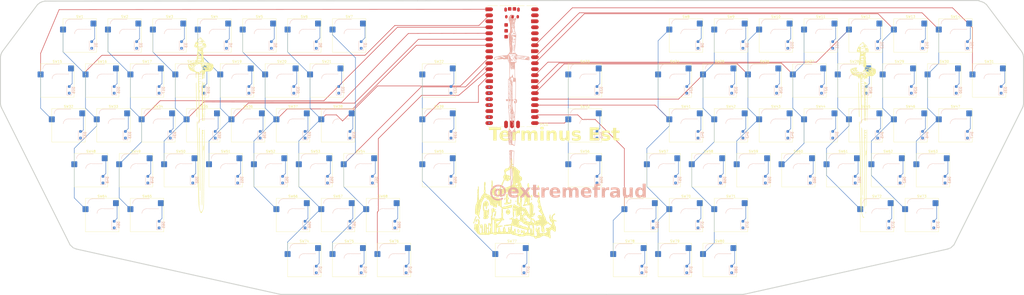
<source format=kicad_pcb>
(kicad_pcb (version 20240108) (generator "pcbnew") (generator_version "8.0")
  (title_block (title "terminus.est") (rev "v0.0.0-alpha") (company "ROSSCORP"))
  (layers (0 "F.Cu" signal) (1 "In1.Cu" signal) (2 "In2.Cu" signal) (31 "B.Cu" signal) (34 "B.Paste" user) (35 "F.Paste" user) (36 "B.SilkS" user "B.Silkscreen") (37 "F.SilkS" user "F.Silkscreen") (38 "B.Mask" user) (39 "F.Mask" user) (44 "Edge.Cuts" user))
  (net 0 "")
  (net 1 "COL0")
  (net 2 "COL1")
  (net 3 "COL12")
  (net 4 "COL13")
  (net 5 "COL14")
  (net 6 "COL15")
  (net 7 "COL16")
  (net 8 "COL17")
  (net 9 "COL18")
  (net 10 "COL19")
  (net 11 "COL2")
  (net 12 "COL20")
  (net 13 "COL21")
  (net 14 "COL3")
  (net 15 "COL4")
  (net 16 "COL5")
  (net 17 "COL6")
  (net 18 "COL7")
  (net 19 "COL8")
  (net 20 "COL9")
  (net 21 "N$1")
  (net 22 "N$10")
  (net 23 "N$11")
  (net 24 "N$12")
  (net 25 "N$13")
  (net 26 "N$14")
  (net 27 "N$15")
  (net 28 "N$16")
  (net 29 "N$17")
  (net 30 "N$18")
  (net 31 "N$19")
  (net 32 "N$2")
  (net 33 "N$20")
  (net 34 "N$21")
  (net 35 "N$22")
  (net 36 "N$23")
  (net 37 "N$24")
  (net 38 "N$25")
  (net 39 "N$26")
  (net 40 "N$27")
  (net 41 "N$28")
  (net 42 "N$29")
  (net 43 "N$3")
  (net 44 "N$30")
  (net 45 "N$31")
  (net 46 "N$32")
  (net 47 "N$33")
  (net 48 "N$34")
  (net 49 "N$35")
  (net 50 "N$36")
  (net 51 "N$37")
  (net 52 "N$38")
  (net 53 "N$39")
  (net 54 "N$4")
  (net 55 "N$40")
  (net 56 "N$41")
  (net 57 "N$42")
  (net 58 "N$43")
  (net 59 "N$44")
  (net 60 "N$45")
  (net 61 "N$46")
  (net 62 "N$47")
  (net 63 "N$48")
  (net 64 "N$49")
  (net 65 "N$5")
  (net 66 "N$50")
  (net 67 "N$51")
  (net 68 "N$52")
  (net 69 "N$53")
  (net 70 "N$54")
  (net 71 "N$55")
  (net 72 "N$56")
  (net 73 "N$57")
  (net 74 "N$58")
  (net 75 "N$59")
  (net 76 "N$6")
  (net 77 "N$60")
  (net 78 "N$61")
  (net 79 "N$62")
  (net 80 "N$63")
  (net 81 "N$64")
  (net 82 "N$65")
  (net 83 "N$66")
  (net 84 "N$67")
  (net 85 "N$68")
  (net 86 "N$69")
  (net 87 "N$7")
  (net 88 "N$70")
  (net 89 "N$71")
  (net 90 "N$72")
  (net 91 "N$73")
  (net 92 "N$74")
  (net 93 "N$75")
  (net 94 "N$76")
  (net 95 "N$77")
  (net 96 "N$78")
  (net 97 "N$79")
  (net 98 "N$8")
  (net 99 "N$80")
  (net 100 "N$9")
  (net 101 "ROW0")
  (net 102 "ROW1")
  (net 103 "ROW2")
  (net 104 "ROW3")
  (net 105 "ROW4")
  (net 106 "ROW5")
  (footprint "SW_Hotswap_Kailh_MX_1.00u" (layer "F.Cu") (at 421.5692 163.6567)
    (property "Reference" "SW27")
    (property "Value" "SW_Push")
  )
  (footprint "SW_Hotswap_Kailh_MX_1.00u" (layer "F.Cu") (at 202.4942 182.7067)
    (property "Reference" "SW37")
    (property "Value" "SW_Push")
  )
  (footprint "SW_Hotswap_Kailh_MX_1.00u" (layer "F.Cu") (at 473.9567 201.7567)
    (property "Reference" "SW63")
    (property "Value" "SW_Push")
  )
  (footprint "SW_Hotswap_Kailh_MX_1.00u" (layer "F.Cu") (at 154.8692 201.7567)
    (property "Reference" "SW50")
    (property "Value" "SW_Push")
  )
  (footprint "SW_Hotswap_Kailh_MX_1.00u" (layer "F.Cu") (at 388.2317 220.8067)
    (property "Reference" "SW71")
    (property "Value" "SW_Push")
  )
  (footprint "SW_Hotswap_Kailh_MX_1.00u" (layer "F.Cu") (at 264.4067 182.7067)
    (property "Reference" "SW39")
    (property "Value" "SW_Push")
  )
  (footprint "SW_Hotswap_Kailh_MX_1.00u" (layer "F.Cu") (at 326.3192 201.7567)
    (property "Reference" "SW56")
    (property "Value" "SW_Push")
  )
  (footprint "SW_Hotswap_Kailh_MX_1.00u" (layer "F.Cu") (at 445.3817 182.7067)
    (property "Reference" "SW45")
    (property "Value" "SW_Push")
  )
  (footprint "SW_Hotswap_Kailh_MX_1.00u" (layer "F.Cu") (at 207.2567 144.6067)
    (property "Reference" "SW6")
    (property "Value" "SW_Push")
  )
  (footprint "SW_Hotswap_Kailh_MX_1.00u" (layer "F.Cu") (at 369.1817 220.8067)
    (property "Reference" "SW70")
    (property "Value" "SW_Push")
  )
  (footprint "SW_Hotswap_Kailh_MX_1.00u" (layer "F.Cu") (at 450.1442 220.8067)
    (property "Reference" "SW72")
    (property "Value" "SW_Push")
  )
  (footprint "SW_Hotswap_Kailh_MX_1.00u" (layer "F.Cu") (at 326.3192 182.7067)
    (property "Reference" "SW40")
    (property "Value" "SW_Push")
  )
  (footprint "SW_Hotswap_Kailh_MX_1.00u" (layer "F.Cu") (at 140.5817 220.8067)
    (property "Reference" "SW65")
    (property "Value" "SW_Push")
  )
  (footprint "SW_Hotswap_Kailh_MX_1.00u" (layer "F.Cu") (at 112.0067 144.6067)
    (property "Reference" "SW1")
    (property "Value" "SW_Push")
  )
  (footprint "SW_Hotswap_Kailh_MX_1.00u" (layer "F.Cu") (at 121.5317 220.8067)
    (property "Reference" "SW64")
    (property "Value" "SW_Push")
  )
  (footprint "SW_Hotswap_Kailh_MX_1.00u" (layer "F.Cu") (at 216.7817 163.6567)
    (property "Reference" "SW21")
    (property "Value" "SW_Push")
  )
  (footprint "SW_Hotswap_Kailh_MX_1.00u" (layer "F.Cu") (at 240.5942 220.8067)
    (property "Reference" "SW68")
    (property "Value" "SW_Push")
  )
  (footprint "SW_Hotswap_Kailh_MX_1.00u" (layer "F.Cu") (at 226.3067 239.8567)
    (property "Reference" "SW75")
    (property "Value" "SW_Push")
  )
  (footprint "SW_Hotswap_Kailh_MX_1.00u" (layer "F.Cu") (at 464.4317 144.6067)
    (property "Reference" "SW13")
    (property "Value" "SW_Push")
  )
  (footprint "SW_Hotswap_Kailh_MX_1.00u" (layer "F.Cu") (at 221.5442 182.7067)
    (property "Reference" "SW38")
    (property "Value" "SW_Push")
  )
  (footprint "SW_Hotswap_Kailh_MX_1.00u" (layer "F.Cu") (at 459.6692 163.6567)
    (property "Reference" "SW29")
    (property "Value" "SW_Push")
  )
  (footprint "SW_Hotswap_Kailh_MX_1.00u" (layer "F.Cu") (at 264.4067 163.6567)
    (property "Reference" "SW22")
    (property "Value" "SW_Push")
  )
  (footprint "SW_Hotswap_Kailh_MX_1.00u" (layer "F.Cu") (at 212.0192 201.7567)
    (property "Reference" "SW53")
    (property "Value" "SW_Push")
  )
  (footprint "SW_Hotswap_Kailh_MX_1.00u" (layer "F.Cu") (at 359.6567 201.7567)
    (property "Reference" "SW57")
    (property "Value" "SW_Push")
  )
  (footprint "SW_Hotswap_Kailh_MX_1.00u" (layer "F.Cu") (at 435.8567 201.7567)
    (property "Reference" "SW61")
    (property "Value" "SW_Push")
  )
  (footprint "SW_Hotswap_Kailh_MX_1.00u" (layer "F.Cu") (at 207.2567 239.8567)
    (property "Reference" "SW74")
    (property "Value" "SW_Push")
  )
  (footprint "SW_Hotswap_Kailh_MX_1.00u" (layer "F.Cu") (at 416.8067 201.7567)
    (property "Reference" "SW60")
    (property "Value" "SW_Push")
  )
  (footprint "SW_Hotswap_Kailh_MX_1.00u" (layer "F.Cu") (at 107.2442 182.7067)
    (property "Reference" "SW32")
    (property "Value" "SW_Push")
  )
  (footprint "SW_Hotswap_Kailh_MX_1.00u" (layer "F.Cu") (at 388.2317 182.7067)
    (property "Reference" "SW42")
    (property "Value" "SW_Push")
  )
  (footprint "SW_Hotswap_Kailh_MX_1.00u" (layer "F.Cu") (at 135.8192 201.7567)
    (property "Reference" "SW49")
    (property "Value" "SW_Push")
  )
  (footprint "SW_Hotswap_Kailh_MX_1.00u" (layer "F.Cu") (at 192.9692 201.7567)
    (property "Reference" "SW52")
    (property "Value" "SW_Push")
  )
  (footprint "SW_Hotswap_Kailh_MX_1.00u" (layer "F.Cu") (at 202.4942 220.8067)
    (property "Reference" "SW66")
    (property "Value" "SW_Push")
  )
  (footprint "SW_Hotswap_Kailh_MX_1.00u" (layer "F.Cu") (at 159.6317 163.6567)
    (property "Reference" "SW18")
    (property "Value" "SW_Push")
  )
  (footprint "SW_Hotswap_Kailh_MX_1.00u" (layer "F.Cu") (at 397.7567 201.7567)
    (property "Reference" "SW59")
    (property "Value" "SW_Push")
  )
  (footprint "SW_Hotswap_Kailh_MX_1.00u" (layer "F.Cu") (at 121.5317 163.6567)
    (property "Reference" "SW16")
    (property "Value" "SW_Push")
  )
  (footprint "SW_Hotswap_Kailh_MX_1.00u" (layer "F.Cu") (at 497.7692 163.6567)
    (property "Reference" "SW31")
    (property "Value" "SW_Push")
  )
  (footprint "SW_Hotswap_Kailh_MX_1.00u" (layer "F.Cu") (at 426.3317 144.6067)
    (property "Reference" "SW11")
    (property "Value" "SW_Push")
  )
  (footprint "SW_Hotswap_Kailh_MX_1.00u" (layer "F.Cu") (at 369.1817 144.6067)
    (property "Reference" "SW8")
    (property "Value" "SW_Push")
  )
  (footprint "SW_Hotswap_Kailh_MX_1.00u" (layer "F.Cu") (at 169.1567 144.6067)
    (property "Reference" "SW4")
    (property "Value" "SW_Push")
  )
  (footprint "SW_Hotswap_Kailh_MX_1.00u" (layer "F.Cu") (at 140.5817 163.6567)
    (property "Reference" "SW17")
    (property "Value" "SW_Push")
  )
  (footprint "LOGO" (layer "F.Cu") (at 444.848038 184.802617 1)
    (property "Reference" "G***" (hide yes))
    (property "Value" "LOGO" (hide yes))
  )
  (footprint "SW_Hotswap_Kailh_MX_1.00u" (layer "F.Cu") (at 369.1817 182.7067)
    (property "Reference" "SW41")
    (property "Value" "SW_Push")
  )
  (footprint "SW_Hotswap_Kailh_MX_1.00u" (layer "F.Cu") (at 407.2817 144.6067)
    (property "Reference" "SW10")
    (property "Value" "SW_Push")
  )
  (footprint "SW_Hotswap_Kailh_MX_1.00u" (layer "F.Cu") (at 350.1317 220.8067)
    (property "Reference" "SW69")
    (property "Value" "SW_Push")
  )
  (footprint "SW_Hotswap_Kailh_MX_1.00u" (layer "F.Cu") (at 245.3567 239.8567)
    (property "Reference" "SW76")
    (property "Value" "SW_Push")
  )
  (footprint "SW_Hotswap_Kailh_MX_1.00u" (layer "F.Cu") (at 102.4817 163.6567)
    (property "Reference" "SW15")
    (property "Value" "SW_Push")
  )
  (footprint "SW_Hotswap_Kailh_MX_1.00u" (layer "F.Cu") (at 407.2817 182.7067)
    (property "Reference" "SW43")
    (property "Value" "SW_Push")
  )
  (footprint "SW_Hotswap_Kailh_MX_1.00u" (layer "F.Cu") (at 383.4692 163.6567)
    (property "Reference" "SW25")
    (property "Value" "SW_Push")
  )
  (footprint "SW_Hotswap_Kailh_MX_1.00u" (layer "F.Cu") (at 345.3692 239.8567)
    (property "Reference" "SW78")
    (property "Value" "SW_Push")
  )
  (footprint "SW_Hotswap_Kailh_MX_1.00u" (layer "F.Cu") (at 440.6192 163.6567)
    (property "Reference" "SW28")
    (property "Value" "SW_Push")
  )
  (footprint "SW_Hotswap_Kailh_MX_1.00u" (layer "F.Cu") (at 295.363 239.8567)
    (property "Reference" "SW77")
    (property "Value" "SW_Push")
  )
  (footprint "SW_Hotswap_Kailh_MX_1.00u" (layer "F.Cu") (at 483.4817 144.6067)
    (property "Reference" "SW14")
    (property "Value" "SW_Push")
  )
  (footprint "SW_Hotswap_Kailh_MX_1.00u" (layer "F.Cu") (at 231.0692 201.7567)
    (property "Reference" "SW54")
    (property "Value" "SW_Push")
  )
  (footprint "SW_Hotswap_Kailh_MX_1.00u" (layer "F.Cu") (at 402.5192 163.6567)
    (property "Reference" "SW26")
    (property "Value" "SW_Push")
  )
  (footprint "SW_Hotswap_Kailh_MX_1.00u" (layer "F.Cu") (at 383.4692 239.8567)
    (property "Reference" "SW80")
    (property "Value" "SW_Push")
  )
  (footprint "SW_Hotswap_Kailh_MX_1.00u" (layer "F.Cu") (at 483.4817 182.7067)
    (property "Reference" "SW47")
    (property "Value" "SW_Push")
  )
  (footprint "SW_Hotswap_Kailh_MX_1.00u" (layer "F.Cu") (at 364.4192 163.6567)
    (property "Reference" "SW24")
    (property "Value" "SW_Push")
  )
  (footprint "SW_Hotswap_Kailh_MX_1.00u" (layer "F.Cu") (at 464.4317 182.7067)
    (property "Reference" "SW46")
    (property "Value" "SW_Push")
  )
  (footprint "SW_Hotswap_Kailh_MX_1.00u" (layer "F.Cu") (at 150.1067 144.6067)
    (property "Reference" "SW3")
    (property "Value" "SW_Push")
  )
  (footprint "SW_Hotswap_Kailh_MX_1.00u" (layer "F.Cu") (at 378.7067 201.7567)
    (property "Reference" "SW58")
    (property "Value" "SW_Push")
  )
  (footprint "Module:RaspberryPi_Pico_SMD" (layer "F.Cu") (at 295.375 157.625)
    (property "Reference" "PICO")
    (property "Value" "RaspberryPi_Pico_SMD")
  )
  (footprint "SW_Hotswap_Kailh_MX_1.00u" (layer "F.Cu") (at 173.9192 201.7567)
    (property "Reference" "SW51")
    (property "Value" "SW_Push")
  )
  (footprint "SW_Hotswap_Kailh_MX_1.00u" (layer "F.Cu") (at 183.4442 182.7067)
    (property "Reference" "SW36")
    (property "Value" "SW_Push")
  )
  (footprint "LOGO" (layer "F.Cu") (at 163.860538 182.802617 1)
    (property "Reference" "G***" (hide yes))
    (property "Value" "LOGO" (hide yes))
  )
  (footprint "SW_Hotswap_Kailh_MX_1.00u" (layer "F.Cu") (at 478.7192 163.6567)
    (property "Reference" "SW30")
    (property "Value" "SW_Push")
  )
  (footprint "SW_Hotswap_Kailh_MX_1.00u" (layer "F.Cu") (at 145.3442 182.7067)
    (property "Reference" "SW34")
    (property "Value" "SW_Push")
  )
  (footprint "SW_Hotswap_Kailh_MX_1.00u" (layer "F.Cu") (at 364.4192 239.8567)
    (property "Reference" "SW79")
    (property "Value" "SW_Push")
  )
  (footprint "SW_Hotswap_Kailh_MX_1.00u" (layer "F.Cu") (at 221.5442 220.8067)
    (property "Reference" "SW67")
    (property "Value" "SW_Push")
  )
  (footprint "SW_Hotswap_Kailh_MX_1.00u" (layer "F.Cu") (at 226.3067 144.6067)
    (property "Reference" "SW7")
    (property "Value" "SW_Push")
  )
  (footprint "SW_Hotswap_Kailh_MX_1.00u" (layer "F.Cu") (at 445.3817 144.6067)
    (property "Reference" "SW12")
    (property "Value" "SW_Push")
  )
  (footprint "SW_Hotswap_Kailh_MX_1.00u" (layer "F.Cu") (at 469.1942 220.8067)
    (property "Reference" "SW73")
    (property "Value" "SW_Push")
  )
  (footprint "SW_Hotswap_Kailh_MX_1.00u" (layer "F.Cu") (at 131.0567 144.6067)
    (property "Reference" "SW2")
    (property "Value" "SW_Push")
  )
  (footprint "SW_Hotswap_Kailh_MX_1.00u" (layer "F.Cu") (at 126.2942 182.7067)
    (property "Reference" "SW33")
    (property "Value" "SW_Push")
  )
  (footprint "SW_Hotswap_Kailh_MX_1.00u" (layer "F.Cu") (at 326.3192 163.6567)
    (property "Reference" "SW23")
    (property "Value" "SW_Push")
  )
  (footprint "LOGO" (layer "F.Cu") (at 296 215.625)
    (property "Reference" "G***" (hide yes))
    (property "Value" "LOGO" (hide yes))
  )
  (footprint "SW_Hotswap_Kailh_MX_1.00u" (layer "F.Cu") (at 197.7317 163.6567)
    (property "Reference" "SW20")
    (property "Value" "SW_Push")
  )
  (footprint "SW_Hotswap_Kailh_MX_1.00u" (layer "F.Cu") (at 426.3317 182.7067)
    (property "Reference" "SW44")
    (property "Value" "SW_Push")
  )
  (footprint "SW_Hotswap_Kailh_MX_1.00u" (layer "F.Cu") (at 264.4067 201.7567)
    (property "Reference" "SW55")
    (property "Value" "SW_Push")
  )
  (footprint "SW_Hotswap_Kailh_MX_1.00u" (layer "F.Cu") (at 388.2317 144.6067)
    (property "Reference" "SW9")
    (property "Value" "SW_Push")
  )
  (footprint "SW_Hotswap_Kailh_MX_1.00u" (layer "F.Cu") (at 116.7692 201.7567)
    (property "Reference" "SW48")
    (property "Value" "SW_Push")
  )
  (footprint "SW_Hotswap_Kailh_MX_1.00u" (layer "F.Cu") (at 178.6817 163.6567)
    (property "Reference" "SW19")
    (property "Value" "SW_Push")
  )
  (footprint "SW_Hotswap_Kailh_MX_1.00u" (layer "F.Cu") (at 164.3942 182.7067)
    (property "Reference" "SW35")
    (property "Value" "SW_Push")
  )
  (footprint "SW_Hotswap_Kailh_MX_1.00u" (layer "F.Cu") (at 188.2067 144.6067)
    (property "Reference" "SW5")
    (property "Value" "SW_Push")
  )
  (footprint "SW_Hotswap_Kailh_MX_1.00u" (layer "F.Cu") (at 454.9067 201.7567)
    (property "Reference" "SW62")
    (property "Value" "SW_Push")
  )
  (footprint "D_SOD-123F" (layer "B.Cu") (at 479.0367 205.7567 90)
    (property "Reference" "D63")
    (property "Value" "D")
  )
  (footprint "D_SOD-123F" (layer "B.Cu") (at 488.5617 186.7067 90)
    (property "Reference" "D47")
    (property "Value" "D")
  )
  (footprint "D_SOD-123F" (layer "B.Cu") (at 217.0992 205.7567 90)
    (property "Reference" "D53")
    (property "Value" "D")
  )
  (footprint "D_SOD-123F" (layer "B.Cu") (at 331.3992 186.7067 90)
    (property "Reference" "D40")
    (property "Value" "D")
  )
  (footprint "D_SOD-123F" (layer "B.Cu") (at 250.4367 243.8567 90)
    (property "Reference" "D76")
    (property "Value" "D")
  )
  (footprint "D_SOD-123F" (layer "B.Cu") (at 231.3867 243.8567 90)
    (property "Reference" "D75")
    (property "Value" "D")
  )
  (footprint "D_SOD-123F" (layer "B.Cu") (at 126.6117 224.8067 90)
    (property "Reference" "D64")
    (property "Value" "D")
  )
  (footprint "D_SOD-123F" (layer "B.Cu") (at 355.2117 224.8067 90)
    (property "Reference" "D69")
    (property "Value" "D")
  )
  (footprint "D_SOD-123F" (layer "B.Cu") (at 226.6242 186.7067 90)
    (property "Reference" "D38")
    (property "Value" "D")
  )
  (footprint "D_SOD-123F" (layer "B.Cu") (at 488.5617 148.6067 90)
    (property "Reference" "D14")
    (property "Value" "D")
  )
  (footprint "D_SOD-123F" (layer "B.Cu") (at 407.5992 167.6567 90)
    (property "Reference" "D26")
    (property "Value" "D")
  )
  (footprint "D_SOD-123F" (layer "B.Cu") (at 212.3367 148.6067 90)
    (property "Reference" "D6")
    (property "Value" "D")
  )
  (footprint "D_SOD-123F" (layer "B.Cu") (at 107.5617 167.6567 90)
    (property "Reference" "D15")
    (property "Value" "D")
  )
  (footprint "D_SOD-123F" (layer "B.Cu") (at 374.2617 148.6067 90)
    (property "Reference" "D8")
    (property "Value" "D")
  )
  (footprint "D_SOD-123F" (layer "B.Cu") (at 440.9367 205.7567 90)
    (property "Reference" "D61")
    (property "Value" "D")
  )
  (footprint "D_SOD-123F" (layer "B.Cu") (at 455.2242 224.8067 90)
    (property "Reference" "D72")
    (property "Value" "D")
  )
  (footprint "D_SOD-123F" (layer "B.Cu") (at 459.9867 205.7567 90)
    (property "Reference" "D62")
    (property "Value" "D")
  )
  (footprint "D_SOD-123F" (layer "B.Cu") (at 374.2617 224.8067 90)
    (property "Reference" "D70")
    (property "Value" "D")
  )
  (footprint "D_SOD-123F" (layer "B.Cu") (at 136.1367 148.6067 90)
    (property "Reference" "D2")
    (property "Value" "D")
  )
  (footprint "D_SOD-123F" (layer "B.Cu") (at 431.4117 186.7067 90)
    (property "Reference" "D44")
    (property "Value" "D")
  )
  (footprint "D_SOD-123F" (layer "B.Cu") (at 421.8867 205.7567 90)
    (property "Reference" "D60")
    (property "Value" "D")
  )
  (footprint "D_SOD-123F" (layer "B.Cu") (at 221.8617 167.6567 90)
    (property "Reference" "D21")
    (property "Value" "D")
  )
  (footprint "D_SOD-123F" (layer "B.Cu") (at 245.6742 224.8067 90)
    (property "Reference" "D68")
    (property "Value" "D")
  )
  (footprint "D_SOD-123F" (layer "B.Cu") (at 369.4992 167.6567 90)
    (property "Reference" "D24")
    (property "Value" "D")
  )
  (footprint "D_SOD-123F" (layer "B.Cu") (at 483.7992 167.6567 90)
    (property "Reference" "D30")
    (property "Value" "D")
  )
  (footprint "D_SOD-123F" (layer "B.Cu") (at 269.4867 186.7067 90)
    (property "Reference" "D39")
    (property "Value" "D")
  )
  (footprint "D_SOD-123F" (layer "B.Cu") (at 269.4867 205.7567 90)
    (property "Reference" "D55")
    (property "Value" "D")
  )
  (footprint "D_SOD-123F" (layer "B.Cu") (at 464.7492 167.6567 90)
    (property "Reference" "D29")
    (property "Value" "D")
  )
  (footprint "D_SOD-123F" (layer "B.Cu") (at 393.3117 224.8067 90)
    (property "Reference" "D71")
    (property "Value" "D")
  )
  (footprint "D_SOD-123F" (layer "B.Cu") (at 150.4242 186.7067 90)
    (property "Reference" "D34")
    (property "Value" "D")
  )
  (footprint "D_SOD-123F" (layer "B.Cu") (at 169.4742 186.7067 90)
    (property "Reference" "D35")
    (property "Value" "D")
  )
  (footprint "D_SOD-123F" (layer "B.Cu") (at 126.6117 167.6567 90)
    (property "Reference" "D16")
    (property "Value" "D")
  )
  (footprint "D_SOD-123F" (layer "B.Cu") (at 393.3117 148.6067 90)
    (property "Reference" "D9")
    (property "Value" "D")
  )
  (footprint "D_SOD-123F" (layer "B.Cu") (at 226.6242 224.8067 90)
    (property "Reference" "D67")
    (property "Value" "D")
  )
  (footprint "D_SOD-123F" (layer "B.Cu") (at 164.7117 167.6567 90)
    (property "Reference" "D18")
    (property "Value" "D")
  )
  (footprint "D_SOD-123F" (layer "B.Cu") (at 131.3742 186.7067 90)
    (property "Reference" "D33")
    (property "Value" "D")
  )
  (footprint "D_SOD-123F" (layer "B.Cu") (at 369.4992 243.8567 90)
    (property "Reference" "D79")
    (property "Value" "D")
  )
  (footprint "D_SOD-123F" (layer "B.Cu") (at 350.4492 243.8567 90)
    (property "Reference" "D78")
    (property "Value" "D")
  )
  (footprint "D_SOD-123F" (layer "B.Cu") (at 388.5492 167.6567 90)
    (property "Reference" "D25")
    (property "Value" "D")
  )
  (footprint "D_SOD-123F" (layer "B.Cu") (at 236.1492 205.7567 90)
    (property "Reference" "D54")
    (property "Value" "D")
  )
  (footprint "D_SOD-123F" (layer "B.Cu") (at 374.2617 186.7067 90)
    (property "Reference" "D41")
    (property "Value" "D")
  )
  (footprint "D_SOD-123F" (layer "B.Cu") (at 112.3242 186.7067 90)
    (property "Reference" "D32")
    (property "Value" "D")
  )
  (footprint "D_SOD-123F" (layer "B.Cu") (at 145.6617 224.8067 90)
    (property "Reference" "D65")
    (property "Value" "D")
  )
  (footprint "D_SOD-123F" (layer "B.Cu") (at 269.4867 167.6567 90)
    (property "Reference" "D22")
    (property "Value" "D")
  )
  (footprint "D_SOD-123F" (layer "B.Cu") (at 300.443 243.8567 90)
    (property "Reference" "D77")
    (property "Value" "D")
  )
  (footprint "D_SOD-123F" (layer "B.Cu") (at 188.5242 186.7067 90)
    (property "Reference" "D36")
    (property "Value" "D")
  )
  (footprint "D_SOD-123F" (layer "B.Cu") (at 474.2742 224.8067 90)
    (property "Reference" "D73")
    (property "Value" "D")
  )
  (footprint "D_SOD-123F" (layer "B.Cu") (at 159.9492 205.7567 90)
    (property "Reference" "D50")
    (property "Value" "D")
  )
  (footprint "D_SOD-123F" (layer "B.Cu") (at 193.2867 148.6067 90)
    (property "Reference" "D5")
    (property "Value" "D")
  )
  (footprint "D_SOD-123F" (layer "B.Cu") (at 140.8992 205.7567 90)
    (property "Reference" "D49")
    (property "Value" "D")
  )
  (footprint "D_SOD-123F" (layer "B.Cu") (at 183.7617 167.6567 90)
    (property "Reference" "D19")
    (property "Value" "D")
  )
  (footprint "D_SOD-123F" (layer "B.Cu") (at 207.5742 186.7067 90)
    (property "Reference" "D37")
    (property "Value" "D")
  )
  (footprint "D_SOD-123F" (layer "B.Cu") (at 402.8367 205.7567 90)
    (property "Reference" "D59")
    (property "Value" "D")
  )
  (footprint "D_SOD-123F" (layer "B.Cu") (at 174.2367 148.6067 90)
    (property "Reference" "D4")
    (property "Value" "D")
  )
  (footprint "D_SOD-123F" (layer "B.Cu") (at 121.8492 205.7567 90)
    (property "Reference" "D48")
    (property "Value" "D")
  )
  (footprint "D_SOD-123F" (layer "B.Cu") (at 412.3617 186.7067 90)
    (property "Reference" "D43")
    (property "Value" "D")
  )
  (footprint "D_SOD-123F" (layer "B.Cu") (at 450.4617 148.6067 90)
    (property "Reference" "D12")
    (property "Value" "D")
  )
  (footprint "D_SOD-123F" (layer "B.Cu") (at 445.6992 167.6567 90)
    (property "Reference" "D28")
    (property "Value" "D")
  )
  (footprint "D_SOD-123F" (layer "B.Cu") (at 198.0492 205.7567 90)
    (property "Reference" "D52")
    (property "Value" "D")
  )
  (footprint "D_SOD-123F" (layer "B.Cu") (at 469.5117 148.6067 90)
    (property "Reference" "D13")
    (property "Value" "D")
  )
  (footprint "D_SOD-123F" (layer "B.Cu") (at 431.4117 148.6067 90)
    (property "Reference" "D11")
    (property "Value" "D")
  )
  (footprint "D_SOD-123F" (layer "B.Cu") (at 212.3367 243.8567 90)
    (property "Reference" "D74")
    (property "Value" "D")
  )
  (footprint "D_SOD-123F" (layer "B.Cu") (at 145.6617 167.6567 90)
    (property "Reference" "D17")
    (property "Value" "D")
  )
  (footprint "D_SOD-123F" (layer "B.Cu") (at 207.5742 224.8067 90)
    (property "Reference" "D66")
    (property "Value" "D")
  )
  (footprint "D_SOD-123F" (layer "B.Cu") (at 231.3867 148.6067 90)
    (property "Reference" "D7")
    (property "Value" "D")
  )
  (footprint "D_SOD-123F" (layer "B.Cu") (at 178.9992 205.7567 90)
    (property "Reference" "D51")
    (property "Value" "D")
  )
  (footprint "D_SOD-123F" (layer "B.Cu") (at 393.3117 186.7067 90)
    (property "Reference" "D42")
    (property "Value" "D")
  )
  (footprint "D_SOD-123F" (layer "B.Cu") (at 155.1867 148.6067 90)
    (property "Reference" "D3")
    (property "Value" "D")
  )
  (footprint "D_SOD-123F" (layer "B.Cu") (at 383.7867 205.7567 90)
    (property "Reference" "D58")
    (property "Value" "D")
  )
  (footprint "D_SOD-123F" (layer "B.Cu") (at 469.5117 186.7067 90)
    (property "Reference" "D46")
    (property "Value" "D")
  )
  (footprint "D_SOD-123F" (layer "B.Cu") (at 412.3617 148.6067 90)
    (property "Reference" "D10")
    (property "Value" "D")
  )
  (footprint "D_SOD-123F" (layer "B.Cu") (at 502.8492 167.6567 90)
    (property "Reference" "D31")
    (property "Value" "D")
  )
  (footprint "D_SOD-123F" (layer "B.Cu") (at 364.7367 205.7567 90)
    (property "Reference" "D57")
    (property "Value" "D")
  )
  (footprint "D_SOD-123F" (layer "B.Cu") (at 117.0867 148.6067 90)
    (property "Reference" "D1")
    (property "Value" "D")
  )
  (footprint "D_SOD-123F" (layer "B.Cu") (at 426.6492 167.6567 90)
    (property "Reference" "D27")
    (property "Value" "D")
  )
  (footprint "D_SOD-123F" (layer "B.Cu") (at 450.4617 186.7067 90)
    (property "Reference" "D45")
    (property "Value" "D")
  )
  (footprint "D_SOD-123F" (layer "B.Cu") (at 388.5492 243.8567 90)
    (property "Reference" "D80")
    (property "Value" "D")
  )
  (footprint "D_SOD-123F" (layer "B.Cu") (at 202.8117 167.6567 90)
    (property "Reference" "D20")
    (property "Value" "D")
  )
  (footprint "D_SOD-123F" (layer "B.Cu") (at 331.3992 167.6567 90)
    (property "Reference" "D23")
    (property "Value" "D")
  )
  (footprint "LOGO" (layer "B.Cu") (at 295.125 172.5 180)
    (property "Reference" "G***")
    (property "Value" "LOGO" (hide yes))
  )
  (footprint "D_SOD-123F" (layer "B.Cu") (at 331.3992 205.7567 90)
    (property "Reference" "D56")
    (property "Value" "D")
  )
  (gr_line (start 493.499144 129.777612) (end 493.499144 130.027612) (stroke (width 0.4)) (layer "Edge.Cuts"))
  (gr_line (start 393.267816 254.435852) (end 335.362957 254.435852) (stroke (width 0.4)) (layer "Edge.Cuts"))
  (gr_line (start 79.205082 151.344605) (end 78.894152 151.890063) (stroke (width 0.4)) (layer "Edge.Cuts"))
  (gr_line (start 197.458098 254.435852) (end 255.362957 254.435852) (stroke (width 0.4)) (layer "Edge.Cuts"))
  (gr_line (start 480.016332 235.219571) (end 393.811766 254.376141) (stroke (width 0.4)) (layer "Edge.Cuts"))
  (gr_line (start 78.894152 151.890063) (end 78.762284 152.208429) (stroke (width 0.4)) (layer "Edge.Cuts"))
  (gr_line (start 94.084298 131.50565) (end 79.205082 151.344605) (stroke (width 0.4)) (layer "Edge.Cuts"))
  (gr_line (start 482.825914 233.413464) (end 481.504829 234.643982) (stroke (width 0.4)) (layer "Edge.Cuts"))
  (gr_line (start 78.377587 173.674169) (end 78.569719 174.640121) (stroke (width 0.4)) (layer "Edge.Cuts"))
  (gr_line (start 511.917948 175.215325) (end 511.844284 175.376726) (stroke (width 0.4)) (layer "Edge.Cuts"))
  (gr_line (start 78.377587 153.639295) (end 78.377587 173.674169) (stroke (width 0.4)) (layer "Edge.Cuts"))
  (gr_line (start 110.294451 235.08857) (end 110.709582 235.219571) (stroke (width 0.4)) (layer "Edge.Cuts"))
  (gr_line (start 493.499144 129.777612) (end 335.25 129.75) (stroke (width 0.4)) (layer "Edge.Cuts"))
  (gr_line (start 511.831762 151.890063) (end 511.96363 152.208429) (stroke (width 0.4)) (layer "Edge.Cuts"))
  (gr_line (start 335.362957 254.435852) (end 255.362957 254.435852) (stroke (width 0.4)) (layer "Edge.Cuts"))
  (gr_line (start 512.348327 153.639295) (end 512.348327 173.674169) (stroke (width 0.4)) (layer "Edge.Cuts"))
  (gr_line (start 335.25 129.75) (end 255.375482 129.875) (stroke (width 0.4)) (layer "Edge.Cuts"))
  (gr_line (start 78.762284 175.105035) (end 78.807966 175.215325) (stroke (width 0.4)) (layer "Edge.Cuts"))
  (gr_line (start 95.795904 130.412309) (end 95.146475 130.681303) (stroke (width 0.4)) (layer "Edge.Cuts"))
  (gr_line (start 481.504829 234.643982) (end 480.64251 235.001155) (stroke (width 0.4)) (layer "Edge.Cuts"))
  (gr_line (start 78.569719 174.640121) (end 78.762284 175.105035) (stroke (width 0.4)) (layer "Edge.Cuts"))
  (gr_line (start 494.93001 130.412309) (end 495.579439 130.681303) (stroke (width 0.4)) (layer "Edge.Cuts"))
  (gr_line (start 78.88163 175.376726) (end 107.9 233.413464) (stroke (width 0.4)) (layer "Edge.Cuts"))
  (gr_line (start 511.96363 152.208429) (end 512.156195 152.673343) (stroke (width 0.4)) (layer "Edge.Cuts"))
  (gr_line (start 480.431463 235.08857) (end 480.016332 235.219571) (stroke (width 0.4)) (layer "Edge.Cuts"))
  (gr_line (start 511.520832 151.344605) (end 511.831762 151.890063) (stroke (width 0.4)) (layer "Edge.Cuts"))
  (gr_line (start 495.579439 130.681303) (end 496.641616 131.50565) (stroke (width 0.4)) (layer "Edge.Cuts"))
  (gr_line (start 110.083404 235.001155) (end 110.294451 235.08857) (stroke (width 0.4)) (layer "Edge.Cuts"))
  (gr_line (start 95.146475 130.681303) (end 94.084298 131.50565) (stroke (width 0.4)) (layer "Edge.Cuts"))
  (gr_line (start 512.348327 173.674169) (end 512.156195 174.640121) (stroke (width 0.4)) (layer "Edge.Cuts"))
  (gr_line (start 96.260818 130.219744) (end 95.795904 130.412309) (stroke (width 0.4)) (layer "Edge.Cuts"))
  (gr_line (start 393.811766 254.376141) (end 393.267816 254.435852) (stroke (width 0.4)) (layer "Edge.Cuts"))
  (gr_line (start 493.499144 130.027612) (end 494.465096 130.219744) (stroke (width 0.4)) (layer "Edge.Cuts"))
  (gr_line (start 97.22677 130.027612) (end 255.375482 129.875) (stroke (width 0.4)) (layer "Edge.Cuts"))
  (gr_line (start 110.709582 235.219571) (end 196.914148 254.376141) (stroke (width 0.4)) (layer "Edge.Cuts"))
  (gr_line (start 512.156195 174.640121) (end 511.96363 175.105035) (stroke (width 0.4)) (layer "Edge.Cuts"))
  (gr_line (start 109.221085 234.643982) (end 110.083404 235.001155) (stroke (width 0.4)) (layer "Edge.Cuts"))
  (gr_line (start 480.64251 235.001155) (end 480.431463 235.08857) (stroke (width 0.4)) (layer "Edge.Cuts"))
  (gr_line (start 512.156195 152.673343) (end 512.348327 153.639295) (stroke (width 0.4)) (layer "Edge.Cuts"))
  (gr_line (start 511.844284 175.376726) (end 482.825914 233.413464) (stroke (width 0.4)) (layer "Edge.Cuts"))
  (gr_line (start 496.641616 131.50565) (end 511.520832 151.344605) (stroke (width 0.4)) (layer "Edge.Cuts"))
  (gr_line (start 78.762284 152.208429) (end 78.569719 152.673343) (stroke (width 0.4)) (layer "Edge.Cuts"))
  (gr_line (start 511.96363 175.105035) (end 511.917948 175.215325) (stroke (width 0.4)) (layer "Edge.Cuts"))
  (gr_line (start 78.569719 152.673343) (end 78.377587 153.639295) (stroke (width 0.4)) (layer "Edge.Cuts"))
  (gr_line (start 494.465096 130.219744) (end 494.93001 130.412309) (stroke (width 0.4)) (layer "Edge.Cuts"))
  (gr_line (start 78.807966 175.215325) (end 78.88163 175.376726) (stroke (width 0.4)) (layer "Edge.Cuts"))
  (gr_line (start 97.22677 130.027612) (end 96.260818 130.219744) (stroke (width 0.4)) (layer "Edge.Cuts"))
  (gr_line (start 196.914148 254.376141) (end 197.458098 254.435852) (stroke (width 0.4)) (layer "Edge.Cuts"))
  (gr_line (start 107.9 233.413464) (end 109.221085 234.643982) (stroke (width 0.4)) (layer "Edge.Cuts"))
  (gr_text "@extremefraud\n" (at 285.625 214.25 0) (layer "B.SilkS") (effects (font (size 5.5 5.5) (thickness 0.3) (bold yes)) (justify left bottom)))
  (gr_text "Terminus Est" (at 285.5 190.125 0) (layer "F.SilkS") (effects (font (size 5.5 5.5) (thickness 0.3) (bold yes)) (justify left bottom)))
  (segment (start 95.3967 161.1167) (end 95.3967 152.21505) (width 0.2) (layer "F.Cu") (net 1))
  (segment (start 103.25 133.625) (end 285.685 133.495) (width 0.2) (layer "F.Cu") (net 1))
  (segment (start 95.3967 152.21505) (end 103.25 133.625) (width 0.2) (layer "F.Cu") (net 1))
  (via (at 95.3967 161.1167) (size 0.6) (drill 0.3) (layers "F.Cu" "B.Cu") (net 1))
  (segment (start 95.3967 175.4042) (end 95.3967 161.1167) (width 0.2) (layer "B.Cu") (net 1))
  (segment (start 100.1592 180.1667) (end 95.3967 175.4042) (width 0.2) (layer "B.Cu") (net 1))
  (segment (start 233 153) (end 245.625 140.375) (width 0.2) (layer "F.Cu") (net 2))
  (segment (start 121.375 153) (end 233 153) (width 0.2) (layer "F.Cu") (net 2))
  (segment (start 245.625 140.375) (end 281.345 140.375) (width 0.2) (layer "F.Cu") (net 2))
  (segment (start 281.345 140.375) (end 285.685 136.035) (width 0.2) (layer "F.Cu") (net 2))
  (segment (start 114.4467 159.9283) (end 121.375 153) (width 0.2) (layer "F.Cu") (net 2))
  (segment (start 114.4467 161.125) (end 114.4467 159.9283) (width 0.2) (layer "F.Cu") (net 2))
  (via (at 114.4467 161.125) (size 0.6) (drill 0.3) (layers "F.Cu" "B.Cu") (net 2))
  (segment (start 114.4467 218.2667) (end 109.6842 213.5042) (width 0.2) (layer "B.Cu") (net 2))
  (segment (start 114.4467 175.4042) (end 114.4467 161.125) (width 0.2) (layer "B.Cu") (net 2))
  (segment (start 119.2092 180.1667) (end 114.4467 175.4042) (width 0.2) (layer "B.Cu") (net 2))
  (segment (start 109.6842 199.2167) (end 109.6842 192.504288) (width 0.2) (layer "B.Cu") (net 2))
  (segment (start 119.2092 182.979288) (end 119.2092 180.1667) (width 0.2) (layer "B.Cu") (net 2))
  (segment (start 109.6842 213.5042) (end 109.6842 199.2167) (width 0.2) (layer "B.Cu") (net 2))
  (segment (start 114.4467 161.1167) (end 104.9217 151.5917) (width 0.2) (layer "B.Cu") (net 2))
  (segment (start 109.6842 192.504288) (end 119.2092 182.979288) (width 0.2) (layer "B.Cu") (net 2))
  (segment (start 104.9217 151.5917) (end 104.9217 142.0667) (width 0.2) (layer "B.Cu") (net 2))
  (segment (start 317.6042 181.755) (end 305.065 181.755) (width 0.2) (layer "F.Cu") (net 3))
  (segment (start 319.2342 180.125) (end 317.6042 181.755) (width 0.2) (layer "F.Cu") (net 3))
  (via (at 319.2342 180.125) (size 0.6) (drill 0.3) (layers "F.Cu" "B.Cu") (net 3))
  (segment (start 319.2342 180.125) (end 319.2342 161.1167) (width 0.2) (layer "B.Cu") (net 3))
  (segment (start 319.2342 199.2167) (end 319.2342 180.1667) (width 0.2) (layer "B.Cu") (net 3))
  (segment (start 330.674912 180.25) (end 325.24415 180.25) (width 0.2) (layer "F.Cu") (net 4))
  (segment (start 323.28585 178.2917) (end 305.9883 178.2917) (width 0.2) (layer "F.Cu") (net 4))
  (segment (start 343.0317 218.2817) (end 343.0317 192.606788) (width 0.2) (layer "F.Cu") (net 4))
  (segment (start 343.0317 192.606788) (end 330.674912 180.25) (width 0.2) (layer "F.Cu") (net 4))
  (segment (start 305.9883 178.2917) (end 305.065 179.215) (width 0.2) (layer "F.Cu") (net 4))
  (segment (start 325.24415 180.25) (end 323.28585 178.2917) (width 0.2) (layer "F.Cu") (net 4))
  (via (at 343.0317 218.2817) (size 0.6) (drill 0.3) (layers "F.Cu" "B.Cu") (net 4))
  (segment (start 338.2842 237.3167) (end 338.2842 223.0292) (width 0.2) (layer "B.Cu") (net 4))
  (segment (start 338.2842 223.0292) (end 343.0317 218.2817) (width 0.2) (layer "B.Cu") (net 4))
  (segment (start 356.065 174.135) (end 305.065 174.135) (width 0.2) (layer "F.Cu") (net 5))
  (segment (start 362.09 180.16) (end 356.065 174.135) (width 0.2) (layer "F.Cu") (net 5))
  (via (at 362.09 180.16) (size 0.6) (drill 0.3) (layers "F.Cu" "B.Cu") (net 5))
  (segment (start 357.3342 237.3167) (end 357.3342 223.0292) (width 0.2) (layer "B.Cu") (net 5))
  (segment (start 362.09 180.16) (end 357.3342 175.4042) (width 0.2) (layer "B.Cu") (net 5))
  (segment (start 357.3342 223.0292) (end 362.0967 218.2667) (width 0.2) (layer "B.Cu") (net 5))
  (segment (start 357.3342 175.4042) (end 357.3342 161.1167) (width 0.2) (layer "B.Cu") (net 5))
  (segment (start 362.0967 182.979288) (end 362.0967 180.1667) (width 0.2) (layer "B.Cu") (net 5))
  (segment (start 362.0967 218.2667) (end 352.5717 208.7417) (width 0.2) (layer "B.Cu") (net 5))
  (segment (start 357.3342 146.8292) (end 362.0967 142.0667) (width 0.2) (layer "B.Cu") (net 5))
  (segment (start 352.5717 199.2167) (end 352.5717 192.504288) (width 0.2) (layer "B.Cu") (net 5))
  (segment (start 352.5717 192.504288) (end 362.0967 182.979288) (width 0.2) (layer "B.Cu") (net 5))
  (segment (start 352.5717 208.7417) (end 352.5717 199.2167) (width 0.2) (layer "B.Cu") (net 5))
  (segment (start 357.3342 161.1167) (end 357.3342 146.8292) (width 0.2) (layer "B.Cu") (net 5))
  (segment (start 376.3842 161.25) (end 366.0392 171.595) (width 0.2) (layer "F.Cu") (net 6))
  (segment (start 366.0392 171.595) (end 305.065 171.595) (width 0.2) (layer "F.Cu") (net 6))
  (via (at 376.3842 161.25) (size 0.6) (drill 0.3) (layers "F.Cu" "B.Cu") (net 6))
  (segment (start 381.1467 218.2667) (end 381.1467 232.5542) (width 0.2) (layer "B.Cu") (net 6))
  (segment (start 381.1467 232.5542) (end 376.3842 237.3167) (width 0.2) (layer "B.Cu") (net 6))
  (segment (start 381.1467 189.6917) (end 371.6217 199.2167) (width 0.2) (layer "B.Cu") (net 6))
  (segment (start 376.3842 161.25) (end 376.3842 175.4042) (width 0.2) (layer "B.Cu") (net 6))
  (segment (start 371.6217 208.7417) (end 381.1467 218.2667) (width 0.2) (layer "B.Cu") (net 6))
  (segment (start 381.1467 142.0667) (end 381.1467 156.3542) (width 0.2) (layer "B.Cu") (net 6))
  (segment (start 376.3842 175.4042) (end 381.1467 180.1667) (width 0.2) (layer "B.Cu") (net 6))
  (segment (start 381.1467 180.1667) (end 381.1467 189.6917) (width 0.2) (layer "B.Cu") (net 6))
  (segment (start 371.6217 199.2167) (end 371.6217 208.7417) (width 0.2) (layer "B.Cu") (net 6))
  (segment (start 381.1467 156.3542) (end 376.3842 161.1167) (width 0.2) (layer "B.Cu") (net 6))
  (segment (start 395.4342 161.125) (end 391.0109 156.7017) (width 0.2) (layer "F.Cu") (net 7))
  (segment (start 317.4183 156.7017) (end 305.065 169.055) (width 0.2) (layer "F.Cu") (net 7))
  (segment (start 391.0109 156.7017) (end 317.4183 156.7017) (width 0.2) (layer "F.Cu") (net 7))
  (via (at 395.4342 161.125) (size 0.6) (drill 0.3) (layers "F.Cu" "B.Cu") (net 7))
  (segment (start 395.4342 146.8292) (end 400.1967 142.0667) (width 0.2) (layer "B.Cu") (net 7))
  (segment (start 390.6717 199.2167) (end 390.6717 189.361956) (width 0.2) (layer "B.Cu") (net 7))
  (segment (start 400.1967 180.1667) (end 395.4342 175.4042) (width 0.2) (layer "B.Cu") (net 7))
  (segment (start 390.6717 189.361956) (end 399.866956 180.1667) (width 0.2) (layer "B.Cu") (net 7))
  (segment (start 395.4342 161.1167) (end 395.4342 146.8292) (width 0.2) (layer "B.Cu") (net 7))
  (segment (start 395.4342 175.4042) (end 395.4342 161.125) (width 0.2) (layer "B.Cu") (net 7))
  (segment (start 315.2783 156.3017) (end 409.6767 156.3017) (width 0.2) (layer "F.Cu") (net 8))
  (segment (start 305.065 166.515) (end 315.2783 156.3017) (width 0.2) (layer "F.Cu") (net 8))
  (segment (start 409.6767 156.3017) (end 414.375 161) (width 0.2) (layer "F.Cu") (net 8))
  (via (at 414.375 161) (size 0.6) (drill 0.3) (layers "F.Cu" "B.Cu") (net 8))
  (segment (start 419.2467 142.0667) (end 419.2467 156.3542) (width 0.2) (layer "B.Cu") (net 8))
  (segment (start 419.2467 180.1667) (end 419.2467 190.31505) (width 0.2) (layer "B.Cu") (net 8))
  (segment (start 414.4842 175.4042) (end 419.2467 180.1667) (width 0.2) (layer "B.Cu") (net 8))
  (segment (start 414.4842 161.1167) (end 414.4842 175.4042) (width 0.2) (layer "B.Cu") (net 8))
  (segment (start 419.2467 156.3542) (end 414.4842 161.1167) (width 0.2) (layer "B.Cu") (net 8))
  (segment (start 419.2467 190.31505) (end 410.34505 199.2167) (width 0.2) (layer "B.Cu") (net 8))
  (segment (start 310.5983 155.9017) (end 424.4733 155.9017) (width 0.2) (layer "F.Cu") (net 9))
  (segment (start 424.4733 155.9017) (end 438.25 142.125) (width 0.2) (layer "F.Cu") (net 9))
  (segment (start 305.065 161.435) (end 310.5983 155.9017) (width 0.2) (layer "F.Cu") (net 9))
  (via (at 438.2967 142.0667) (size 0.6) (drill 0.3) (layers "F.Cu" "B.Cu") (net 9))
  (segment (start 443.0592 218.2667) (end 428.7717 203.9792) (width 0.2) (layer "B.Cu") (net 9))
  (segment (start 438.2967 182.979288) (end 438.2967 180.1667) (width 0.2) (layer "B.Cu") (net 9))
  (segment (start 428.7717 199.2167) (end 428.7717 192.504288) (width 0.2) (layer "B.Cu") (net 9))
  (segment (start 428.7717 203.9792) (end 428.7717 199.2167) (width 0.2) (layer "B.Cu") (net 9))
  (segment (start 433.5342 146.8292) (end 438.2967 142.0667) (width 0.2) (layer "B.Cu") (net 9))
  (segment (start 433.5342 175.4042) (end 433.5342 161.1167) (width 0.2) (layer "B.Cu") (net 9))
  (segment (start 438.2967 180.1667) (end 433.5342 175.4042) (width 0.2) (layer "B.Cu") (net 9))
  (segment (start 433.5342 161.1167) (end 433.5342 146.8292) (width 0.2) (layer "B.Cu") (net 9))
  (segment (start 428.7717 192.504288) (end 438.2967 182.979288) (width 0.2) (layer "B.Cu") (net 9))
  (segment (start 326.045 135.375) (end 305.065 156.355) (width 0.2) (layer "F.Cu") (net 10))
  (segment (start 457.3467 142.0667) (end 450.655 135.375) (width 0.2) (layer "F.Cu") (net 10))
  (segment (start 450.655 135.375) (end 326.045 135.375) (width 0.2) (layer "F.Cu") (net 10))
  (via (at 457.3467 142.0667) (size 0.6) (drill 0.3) (layers "F.Cu" "B.Cu") (net 10))
  (segment (start 462.1092 218.2667) (end 447.8217 203.9792) (width 0.2) (layer "B.Cu") (net 10))
  (segment (start 447.8217 199.2167) (end 447.8217 189.361956) (width 0.2) (layer "B.Cu") (net 10))
  (segment (start 452.5842 161.1167) (end 452.5842 146.8292) (width 0.2) (layer "B.Cu") (net 10))
  (segment (start 447.8217 203.9792) (end 447.8217 199.2167) (width 0.2) (layer "B.Cu") (net 10))
  (segment (start 457.3467 180.1667) (end 452.5842 175.4042) (width 0.2) (layer "B.Cu") (net 10))
  (segment (start 452.5842 146.8292) (end 457.3467 142.0667) (width 0.2) (layer "B.Cu") (net 10))
  (segment (start 447.8217 189.361956) (end 457.016956 180.1667) (width 0.2) (layer "B.Cu") (net 10))
  (segment (start 452.5842 175.4042) (end 452.5842 161.1167) (width 0.2) (layer "B.Cu") (net 10))
  (segment (start 285.685 141.115) (end 246.76 141.115) (width 0.2) (layer "F.Cu") (net 11))
  (segment (start 246.76 141.115) (end 215.625 172.25) (width 0.2) (layer "F.Cu") (net 11))
  (segment (start 138.2592 180.1667) (end 146.125 172.25) (width 0.2) (layer "F.Cu") (net 11))
  (segment (start 146.125 172.25) (end 215.625 172.25) (width 0.2) (layer "F.Cu") (net 11))
  (via (at 138.2592 180.1667) (size 0.6) (drill 0.3) (layers "F.Cu" "B.Cu") (net 11))
  (segment (start 133.4967 175.4042) (end 133.4967 161.1167) (width 0.2) (layer "B.Cu") (net 11))
  (segment (start 128.7342 199.2167) (end 138.2592 189.6917) (width 0.2) (layer "B.Cu") (net 11))
  (segment (start 133.4967 160.9967) (end 123.9717 151.4717) (width 0.2) (layer "B.Cu") (net 11))
  (segment (start 133.4967 218.2667) (end 128.7342 213.5042) (width 0.2) (layer "B.Cu") (net 11))
  (segment (start 128.7342 213.5042) (end 128.7342 199.2167) (width 0.2) (layer "B.Cu") (net 11))
  (segment (start 138.2592 189.6917) (end 138.2592 180.1667) (width 0.2) (layer "B.Cu") (net 11))
  (segment (start 138.2592 180.1667) (end 133.4967 175.4042) (width 0.2) (layer "B.Cu") (net 11))
  (segment (start 123.9717 151.4717) (end 123.9717 142.0667) (width 0.2) (layer "B.Cu") (net 11))
  (segment (start 323.905 134.975) (end 469.305 134.975) (width 0.2) (layer "F.Cu") (net 12))
  (segment (start 469.305 134.975) (end 476.3967 142.0667) (width 0.2) (layer "F.Cu") (net 12))
  (segment (start 305.065 153.815) (end 323.905 134.975) (width 0.2) (layer "F.Cu") (net 12))
  (via (at 476.3967 142.0667) (size 0.6) (drill 0.3) (layers "F.Cu" "B.Cu") (net 12))
  (segment (start 476.3967 156.3542) (end 471.6342 161.1167) (width 0.2) (layer "B.Cu") (net 12))
  (segment (start 476.3967 142.0667) (end 476.3967 156.3542) (width 0.2) (layer "B.Cu") (net 12))
  (segment (start 471.6342 161.1167) (end 471.6342 175.4042) (width 0.2) (layer "B.Cu") (net 12))
  (segment (start 466.8717 189.361956) (end 476.066956 180.1667) (width 0.2) (layer "B.Cu") (net 12))
  (segment (start 466.8717 199.2167) (end 466.8717 189.361956) (width 0.2) (layer "B.Cu") (net 12))
  (segment (start 471.6342 175.4042) (end 476.3967 180.1667) (width 0.2) (layer "B.Cu") (net 12))
  (segment (start 490.6842 141.3092) (end 482.25 132.875) (width 0.2) (layer "F.Cu") (net 13))
  (segment (start 490.6842 161.1167) (end 490.6842 141.3092) (width 0.2) (layer "F.Cu") (net 13))
  (segment (start 320.925 132.875) (end 305.065 148.735) (width 0.2) (layer "F.Cu") (net 13))
  (segment (start 482.25 132.875) (end 320.925 132.875) (width 0.2) (layer "F.Cu") (net 13))
  (via (at 490.6842 161.1167) (size 0.6) (drill 0.3) (layers "F.Cu" "B.Cu") (net 13))
  (segment (start 285.685 143.655) (end 251.375 143.75) (width 0.2) (layer "F.Cu") (net 14))
  (segment (start 251.375 143.75) (end 223.125 172.875) (width 0.2) (layer "F.Cu") (net 14))
  (segment (start 223.125 172.875) (end 164.725 172.775) (width 0.2) (layer "F.Cu") (net 14))
  (segment (start 164.725 172.775) (end 157.375 180.125) (width 0.2) (layer "F.Cu") (net 14))
  (via (at 157.375 180.125) (size 0.6) (drill 0.3) (layers "F.Cu" "B.Cu") (net 14))
  (segment (start 157.3092 180.1667) (end 152.5467 175.4042) (width 0.2) (layer "B.Cu") (net 14))
  (segment (start 152.5467 175.4042) (end 152.5467 161.1167) (width 0.2) (layer "B.Cu") (net 14))
  (segment (start 143.0217 151.5917) (end 143.0217 142.0667) (width 0.2) (layer "B.Cu") (net 14))
  (segment (start 147.7842 189.361956) (end 156.979456 180.1667) (width 0.2) (layer "B.Cu") (net 14))
  (segment (start 152.5467 161.1167) (end 143.0217 151.5917) (width 0.2) (layer "B.Cu") (net 14))
  (segment (start 147.7842 199.2167) (end 147.7842 189.361956) (width 0.2) (layer "B.Cu") (net 14))
  (segment (start 183.461824 173.288176) (end 176.4375 180.3125) (width 0.2) (layer "F.Cu") (net 15))
  (segment (start 228.580381 173.288176) (end 183.461824 173.288176) (width 0.2) (layer "F.Cu") (net 15))
  (segment (start 285.685 146.195) (end 255.673557 146.195) (width 0.2) (layer "F.Cu") (net 15))
  (segment (start 255.673557 146.195) (end 228.580381 173.288176) (width 0.2) (layer "F.Cu") (net 15))
  (via (at 176.4375 180.3125) (size 0.6) (drill 0.3) (layers "F.Cu" "B.Cu") (net 15))
  (segment (start 176.3592 180.1667) (end 171.5967 175.4042) (width 0.2) (layer "B.Cu") (net 15))
  (segment (start 162.0717 151.5917) (end 162.0717 142.0667) (width 0.2) (layer "B.Cu") (net 15))
  (segment (start 166.8342 199.2167) (end 166.8342 189.361956) (width 0.2) (layer "B.Cu") (net 15))
  (segment (start 171.5967 175.4042) (end 171.5967 161.1167) (width 0.2) (layer "B.Cu") (net 15))
  (segment (start 171.5967 161.1167) (end 162.0717 151.5917) (width 0.2) (layer "B.Cu") (net 15))
  (segment (start 166.8342 189.361956) (end 176.029456 180.1667) (width 0.2) (layer "B.Cu") (net 15))
  (segment (start 199.9983 175.7517) (end 195.5 180.25) (width 0.2) (layer "F.Cu") (net 16))
  (segment (start 227.807615 175.7517) (end 199.9983 175.7517) (width 0.2) (layer "F.Cu") (net 16))
  (segment (start 254.824315 148.735) (end 227.807615 175.7517) (width 0.2) (layer "F.Cu") (net 16))
  (segment (start 285.685 148.735) (end 254.824315 148.735) (width 0.2) (layer "F.Cu") (net 16))
  (via (at 195.5 180.25) (size 0.6) (drill 0.3) (layers "F.Cu" "B.Cu") (net 16))
  (segment (start 185.8842 189.361956) (end 195.079456 180.1667) (width 0.2) (layer "B.Cu") (net 16))
  (segment (start 185.8842 208.7417) (end 185.8842 199.2167) (width 0.2) (layer "B.Cu") (net 16))
  (segment (start 195.4092 218.2667) (end 185.8842 208.7417) (width 0.2) (layer "B.Cu") (net 16))
  (segment (start 195.4092 180.1667) (end 190.6467 175.4042) (width 0.2) (layer "B.Cu") (net 16))
  (segment (start 181.1217 151.5917) (end 181.1217 142.0667) (width 0.2) (layer "B.Cu") (net 16))
  (segment (start 185.8842 199.2167) (end 185.8842 189.361956) (width 0.2) (layer "B.Cu") (net 16))
  (segment (start 190.6467 161.1167) (end 181.1217 151.5917) (width 0.2) (layer "B.Cu") (net 16))
  (segment (start 190.6467 175.4042) (end 190.6467 161.1167) (width 0.2) (layer "B.Cu") (net 16))
  (segment (start 238.35585 166.0067) (end 223.48755 180.875) (width 0.2) (layer "F.Cu") (net 17))
  (segment (start 216.3342 178.2917) (end 214.4592 180.1667) (width 0.2) (layer "F.Cu") (net 17))
  (segment (start 273.4933 166.0067) (end 238.35585 166.0067) (width 0.2) (layer "F.Cu") (net 17))
  (segment (start 223.48755 180.875) (end 220.90425 178.2917) (width 0.2) (layer "F.Cu") (net 17))
  (segment (start 220.90425 178.2917) (end 216.3342 178.2917) (width 0.2) (layer "F.Cu") (net 17))
  (segment (start 285.685 153.815) (end 273.4933 166.0067) (width 0.2) (layer "F.Cu") (net 17))
  (via (at 214.4592 180.1667) (size 0.6) (drill 0.3) (layers "F.Cu" "B.Cu") (net 17))
  (segment (start 204.9342 199.2167) (end 204.9342 189.361956) (width 0.2) (layer "B.Cu") (net 17))
  (segment (start 204.9342 189.361956) (end 214.129456 180.1667) (width 0.2) (layer "B.Cu") (net 17))
  (segment (start 209.6967 175.4042) (end 209.6967 161.1167) (width 0.2) (layer "B.Cu") (net 17))
  (segment (start 204.9342 208.7417) (end 204.9342 199.2167) (width 0.2) (layer "B.Cu") (net 17))
  (segment (start 200.1717 232.224456) (end 214.129456 218.2667) (width 0.2) (layer "B.Cu") (net 17))
  (segment (start 209.6967 161.1167) (end 200.1717 151.5917) (width 0.2) (layer "B.Cu") (net 17))
  (segment (start 200.1717 151.5917) (end 200.1717 142.0667) (width 0.2) (layer "B.Cu") (net 17))
  (segment (start 214.4592 180.1667) (end 209.6967 175.4042) (width 0.2) (layer "B.Cu") (net 17))
  (segment (start 214.4592 218.2667) (end 204.9342 208.7417) (width 0.2) (layer "B.Cu") (net 17))
  (segment (start 200.1717 237.3167) (end 200.1717 232.224456) (width 0.2) (layer "B.Cu") (net 17))
  (segment (start 256.8275 166.4067) (end 275.6333 166.4067) (width 0.2) (layer "F.Cu") (net 18))
  (segment (start 275.6333 166.4067) (end 285.685 156.355) (width 0.2) (layer "F.Cu") (net 18))
  (segment (start 223.9842 199.25) (end 256.8275 166.4067) (width 0.2) (layer "F.Cu") (net 18))
  (via (at 223.9842 199.25) (size 0.6) (drill 0.3) (layers "F.Cu" "B.Cu") (net 18))
  (segment (start 233.5092 218.2667) (end 223.9842 208.7417) (width 0.2) (layer "B.Cu") (net 18))
  (segment (start 228.9612 154.073612) (end 219.2217 144.334112) (width 0.2) (layer "B.Cu") (net 18))
  (segment (start 219.2217 232.224456) (end 233.179456 218.2667) (width 0.2) (layer "B.Cu") (net 18))
  (segment (start 223.9842 208.7417) (end 223.9842 199.25) (width 0.2) (layer "B.Cu") (net 18))
  (segment (start 219.2217 144.334112) (end 219.2217 142.0667) (width 0.2) (layer "B.Cu") (net 18))
  (segment (start 228.9612 194.2397) (end 228.9612 154.073612) (width 0.2) (layer "B.Cu") (net 18))
  (segment (start 223.9842 199.2167) (end 228.9612 194.2397) (width 0.2) (layer "B.Cu") (net 18))
  (segment (start 219.2217 237.3167) (end 219.2217 232.224456) (width 0.2) (layer "B.Cu") (net 18))
  (segment (start 238.2717 237.3167) (end 238.2442 237.2892) (width 0.2) (layer "F.Cu") (net 19))
  (segment (start 272.75 170) (end 257 170) (width 0.2) (layer "F.Cu") (net 19))
  (segment (start 272.75 170) (end 285.685 158.895) (width 0.2) (layer "F.Cu") (net 19))
  (segment (start 238.2442 219.45835) (end 238.6592 219.04335) (width 0.2) (layer "F.Cu") (net 19))
  (segment (start 238.6592 188.3408) (end 257 170) (width 0.2) (layer "F.Cu") (net 19))
  (segment (start 238.2442 237.2892) (end 238.2442 219.45835) (width 0.2) (layer "F.Cu") (net 19))
  (segment (start 238.6592 219.04335) (end 238.6592 188.3408) (width 0.2) (layer "F.Cu") (net 19))
  (via (at 238.2717 237.3167) (size 0.6) (drill 0.3) (layers "F.Cu" "B.Cu") (net 19))
  (segment (start 281.125 165.995) (end 281.125 173) (width 0.2) (layer "F.Cu") (net 20))
  (segment (start 264.625 173) (end 257.375 180.25) (width 0.2) (layer "F.Cu") (net 20))
  (segment (start 285.685 161.435) (end 281.125 165.995) (width 0.2) (layer "F.Cu") (net 20))
  (segment (start 281.125 173) (end 264.625 173) (width 0.2) (layer "F.Cu") (net 20))
  (via (at 257.375 180.25) (size 0.6) (drill 0.3) (layers "F.Cu" "B.Cu") (net 20))
  (segment (start 288.278 237.3167) (end 257.3217 206.3604) (width 0.2) (layer "B.Cu") (net 20))
  (segment (start 257.3217 206.3604) (end 257.3217 199.2167) (width 0.2) (layer "B.Cu") (net 20))
  (segment (start 257.3217 199.2167) (end 257.3217 161.1167) (width 0.2) (layer "B.Cu") (net 20))
  (segment (start 118.3117 145.9817) (end 118.3117 139.9897) (width 0.2) (layer "B.Cu") (net 21))
  (segment (start 117.0867 147.2067) (end 118.3117 145.9817) (width 0.2) (layer "B.Cu") (net 21))
  (segment (start 412.3617 147.2067) (end 413.5867 145.9817) (width 0.2) (layer "B.Cu") (net 22))
  (segment (start 413.5867 145.9817) (end 413.5867 139.9897) (width 0.2) (layer "B.Cu") (net 22))
  (segment (start 431.4117 147.2067) (end 432.6367 145.9817) (width 0.2) (layer "B.Cu") (net 23))
  (segment (start 432.6367 145.9817) (end 432.6367 139.9897) (width 0.2) (layer "B.Cu") (net 23))
  (segment (start 451.6867 145.9817) (end 451.6867 139.9897) (width 0.2) (layer "B.Cu") (net 24))
  (segment (start 450.4617 147.2067) (end 451.6867 145.9817) (width 0.2) (layer "B.Cu") (net 24))
  (segment (start 469.5117 147.2067) (end 470.7367 145.9817) (width 0.2) (layer "B.Cu") (net 25))
  (segment (start 470.7367 145.9817) (end 470.7367 139.9897) (width 0.2) (layer "B.Cu") (net 25))
  (segment (start 489.7867 145.9817) (end 489.7867 139.9897) (width 0.2) (layer "B.Cu") (net 26))
  (segment (start 488.5617 147.2067) (end 489.7867 145.9817) (width 0.2) (layer "B.Cu") (net 26))
  (segment (start 108.7867 165.0317) (end 108.7867 159.0397) (width 0.2) (layer "B.Cu") (net 27))
  (segment (start 107.5617 166.2567) (end 108.7867 165.0317) (width 0.2) (layer "B.Cu") (net 27))
  (segment (start 127.8367 165.0317) (end 127.8367 159.0397) (width 0.2) (layer "B.Cu") (net 28))
  (segment (start 126.6117 166.2567) (end 127.8367 165.0317) (width 0.2) (layer "B.Cu") (net 28))
  (segment (start 146.8867 165.0317) (end 146.8867 159.0397) (width 0.2) (layer "B.Cu") (net 29))
  (segment (start 145.6617 166.2567) (end 146.8867 165.0317) (width 0.2) (layer "B.Cu") (net 29))
  (segment (start 165.9367 165.0317) (end 165.9367 159.0397) (width 0.2) (layer "B.Cu") (net 30))
  (segment (start 164.7117 166.2567) (end 165.9367 165.0317) (width 0.2) (layer "B.Cu") (net 30))
  (segment (start 183.7617 166.2567) (end 184.9867 165.0317) (width 0.2) (layer "B.Cu") (net 31))
  (segment (start 184.9867 165.0317) (end 184.9867 159.0397) (width 0.2) (layer "B.Cu") (net 31))
  (segment (start 137.3617 145.9817) (end 137.3617 139.9897) (width 0.2) (layer "B.Cu") (net 32))
  (segment (start 136.1367 147.2067) (end 137.3617 145.9817) (width 0.2) (layer "B.Cu") (net 32))
  (segment (start 204.0367 165.0317) (end 204.0367 159.0397) (width 0.2) (layer "B.Cu") (net 33))
  (segment (start 202.8117 166.2567) (end 204.0367 165.0317) (width 0.2) (layer "B.Cu") (net 33))
  (segment (start 221.8617 166.2567) (end 223.0867 165.0317) (width 0.2) (layer "B.Cu") (net 34))
  (segment (start 223.0867 165.0317) (end 223.0867 159.0397) (width 0.2) (layer "B.Cu") (net 34))
  (segment (start 269.4867 166.2567) (end 270.7117 165.0317) (width 0.2) (layer "B.Cu") (net 35))
  (segment (start 270.7117 165.0317) (end 270.7117 159.0397) (width 0.2) (layer "B.Cu") (net 35))
  (segment (start 332.6242 165.0317) (end 332.6242 159.0397) (width 0.2) (layer "B.Cu") (net 36))
  (segment (start 331.3992 166.2567) (end 332.6242 165.0317) (width 0.2) (layer "B.Cu") (net 36))
  (segment (start 370.7242 165.0317) (end 370.7242 159.0397) (width 0.2) (layer "B.Cu") (net 37))
  (segment (start 369.4992 166.2567) (end 370.7242 165.0317) (width 0.2) (layer "B.Cu") (net 37))
  (segment (start 388.5492 166.2567) (end 389.7742 165.0317) (width 0.2) (layer "B.Cu") (net 38))
  (segment (start 389.7742 165.0317) (end 389.7742 159.0397) (width 0.2) (layer "B.Cu") (net 38))
  (segment (start 407.5992 166.2567) (end 408.8242 165.0317) (width 0.2) (layer "B.Cu") (net 39))
  (segment (start 408.8242 165.0317) (end 408.8242 159.0397) (width 0.2) (layer "B.Cu") (net 39))
  (segment (start 426.6492 166.2567) (end 427.8742 165.0317) (width 0.2) (layer "B.Cu") (net 40))
  (segment (start 427.8742 165.0317) (end 427.8742 159.0397) (width 0.2) (layer "B.Cu") (net 40))
  (segment (start 445.6992 166.2567) (end 446.9242 165.0317) (width 0.2) (layer "B.Cu") (net 41))
  (segment (start 446.9242 165.0317) (end 446.9242 159.0397) (width 0.2) (layer "B.Cu") (net 41))
  (segment (start 465.9742 165.0317) (end 465.9742 159.0397) (width 0.2) (layer "B.Cu") (net 42))
  (segment (start 464.7492 166.2567) (end 465.9742 165.0317) (width 0.2) (layer "B.Cu") (net 42))
  (segment (start 155.1867 147.2067) (end 156.4117 145.9817) (width 0.2) (layer "B.Cu") (net 43))
  (segment (start 156.4117 145.9817) (end 156.4117 139.9897) (width 0.2) (layer "B.Cu") (net 43))
  (segment (start 483.7992 166.2567) (end 485.0242 165.0317) (width 0.2) (layer "B.Cu") (net 44))
  (segment (start 485.0242 165.0317) (end 485.0242 159.0397) (width 0.2) (layer "B.Cu") (net 44))
  (segment (start 502.8492 166.2567) (end 504.398488 164.707412) (width 0.2) (layer "B.Cu") (net 45))
  (segment (start 504.398488 164.707412) (end 504.398488 159.363988) (width 0.2) (layer "B.Cu") (net 45))
  (segment (start 112.3242 185.3067) (end 112.8742 185.3067) (width 0.2) (layer "B.Cu") (net 46))
  (segment (start 112.8742 185.3067) (end 113.5492 184.6317) (width 0.2) (layer "B.Cu") (net 46))
  (segment (start 113.5492 184.6317) (end 113.5492 178.0897) (width 0.2) (layer "B.Cu") (net 46))
  (segment (start 131.3742 185.3067) (end 132.5992 184.0817) (width 0.2) (layer "B.Cu") (net 47))
  (segment (start 132.5992 184.0817) (end 132.5992 178.0897) (width 0.2) (layer "B.Cu") (net 47))
  (segment (start 150.4242 185.3067) (end 151.6492 184.0817) (width 0.2) (layer "B.Cu") (net 48))
  (segment (start 151.6492 184.0817) (end 151.6492 178.0897) (width 0.2) (layer "B.Cu") (net 48))
  (segment (start 169.4742 185.3067) (end 170.6992 184.0817) (width 0.2) (layer "B.Cu") (net 49))
  (segment (start 170.6992 184.0817) (end 170.6992 178.0897) (width 0.2) (layer "B.Cu") (net 49))
  (segment (start 189.7492 184.6317) (end 189.7492 178.0897) (width 0.2) (layer "B.Cu") (net 50))
  (segment (start 188.5242 185.3067) (end 189.0742 185.3067) (width 0.2) (layer "B.Cu") (net 50))
  (segment (start 189.0742 185.3067) (end 189.7492 184.6317) (width 0.2) (layer "B.Cu") (net 50))
  (segment (start 208.1242 185.3067) (end 208.7992 184.6317) (width 0.2) (layer "B.Cu") (net 51))
  (segment (start 208.7992 184.6317) (end 208.7992 178.0897) (width 0.2) (layer "B.Cu") (net 51))
  (segment (start 207.5742 185.3067) (end 208.1242 185.3067) (width 0.2) (layer "B.Cu") (net 51))
  (segment (start 226.6242 185.3067) (end 227.8492 184.0817) (width 0.2) (layer "B.Cu") (net 52))
  (segment (start 227.8492 184.0817) (end 227.8492 178.0897) (width 0.2) (layer "B.Cu") (net 52))
  (segment (start 270.7117 184.0817) (end 270.7117 178.0897) (width 0.2) (layer "B.Cu") (net 53))
  (segment (start 269.4867 185.3067) (end 270.7117 184.0817) (width 0.2) (layer "B.Cu") (net 53))
  (segment (start 175.4617 145.9817) (end 175.4617 139.9897) (width 0.2) (layer "B.Cu") (net 54))
  (segment (start 174.2367 147.2067) (end 175.4617 145.9817) (width 0.2) (layer "B.Cu") (net 54))
  (segment (start 332.6242 184.0817) (end 332.6242 178.0897) (width 0.2) (layer "B.Cu") (net 55))
  (segment (start 331.3992 185.3067) (end 332.6242 184.0817) (width 0.2) (layer "B.Cu") (net 55))
  (segment (start 375.4867 184.6317) (end 375.4867 178.0897) (width 0.2) (layer "B.Cu") (net 56))
  (segment (start 374.8117 185.3067) (end 375.4867 184.6317) (width 0.2) (layer "B.Cu") (net 56))
  (segment (start 374.2617 185.3067) (end 374.8117 185.3067) (width 0.2) (layer "B.Cu") (net 56))
  (segment (start 393.3117 185.3067) (end 394.5367 184.0817) (width 0.2) (layer "B.Cu") (net 57))
  (segment (start 394.5367 184.0817) (end 394.5367 178.0897) (width 0.2) (layer "B.Cu") (net 57))
  (segment (start 412.3617 185.3067) (end 413.5867 184.0817) (width 0.2) (layer "B.Cu") (net 58))
  (segment (start 413.5867 184.0817) (end 413.5867 178.0897) (width 0.2) (layer "B.Cu") (net 58))
  (segment (start 432.6367 184.0817) (end 432.6367 178.0897) (width 0.2) (layer "B.Cu") (net 59))
  (segment (start 431.4117 185.3067) (end 432.6367 184.0817) (width 0.2) (layer "B.Cu") (net 59))
  (segment (start 451.6867 184.0817) (end 451.6867 178.0897) (width 0.2) (layer "B.Cu") (net 60))
  (segment (start 450.4617 185.3067) (end 451.6867 184.0817) (width 0.2) (layer "B.Cu") (net 60))
  (segment (start 470.7367 184.0817) (end 470.7367 178.0897) (width 0.2) (layer "B.Cu") (net 61))
  (segment (start 469.5117 185.3067) (end 470.7367 184.0817) (width 0.2) (layer "B.Cu") (net 61))
  (segment (start 488.5617 185.3067) (end 489.7867 184.0817) (width 0.2) (layer "B.Cu") (net 62))
  (segment (start 489.7867 184.0817) (end 489.7867 178.0897) (width 0.2) (layer "B.Cu") (net 62))
  (segment (start 123.0742 203.1317) (end 123.0742 197.1397) (width 0.2) (layer "B.Cu") (net 63))
  (segment (start 121.8492 204.3567) (end 123.0742 203.1317) (width 0.2) (layer "B.Cu") (net 63))
  (segment (start 140.8992 204.3567) (end 142.1242 203.1317) (width 0.2) (layer "B.Cu") (net 64))
  (segment (start 142.1242 203.1317) (end 142.1242 197.1397) (width 0.2) (layer "B.Cu") (net 64))
  (segment (start 194.5117 145.9817) (end 194.5117 139.9897) (width 0.2) (layer "B.Cu") (net 65))
  (segment (start 193.2867 147.2067) (end 194.5117 145.9817) (width 0.2) (layer "B.Cu") (net 65))
  (segment (start 161.1742 203.1317) (end 161.1742 197.1397) (width 0.2) (layer "B.Cu") (net 66))
  (segment (start 159.9492 204.3567) (end 161.1742 203.1317) (width 0.2) (layer "B.Cu") (net 66))
  (segment (start 178.9992 204.3567) (end 180.2242 203.1317) (width 0.2) (layer "B.Cu") (net 67))
  (segment (start 180.2242 203.1317) (end 180.2242 197.1397) (width 0.2) (layer "B.Cu") (net 67))
  (segment (start 199.2742 203.1317) (end 199.2742 197.1397) (width 0.2) (layer "B.Cu") (net 68))
  (segment (start 198.0492 204.3567) (end 199.2742 203.1317) (width 0.2) (layer "B.Cu") (net 68))
  (segment (start 218.3242 203.1317) (end 218.3242 197.1397) (width 0.2) (layer "B.Cu") (net 69))
  (segment (start 217.0992 204.3567) (end 218.3242 203.1317) (width 0.2) (layer "B.Cu") (net 69))
  (segment (start 237.375 203.1309) (end 237.375 197.1405) (width 0.2) (layer "B.Cu") (net 70))
  (segment (start 236.1492 204.3567) (end 237.375 203.1309) (width 0.2) (layer "B.Cu") (net 70))
  (segment (start 270.7117 203.1317) (end 270.7117 197.1397) (width 0.2) (layer "B.Cu") (net 71))
  (segment (start 269.4867 204.3567) (end 270.7117 203.1317) (width 0.2) (layer "B.Cu") (net 71))
  (segment (start 332.6242 203.1317) (end 332.6242 197.1397) (width 0.2) (layer "B.Cu") (net 72))
  (segment (start 331.3992 204.3567) (end 332.6242 203.1317) (width 0.2) (layer "B.Cu") (net 72))
  (segment (start 365.9617 203.1317) (end 365.9617 197.1397) (width 0.2) (layer "B.Cu") (net 73))
  (segment (start 364.7367 204.3567) (end 365.9617 203.1317) (width 0.2) (layer "B.Cu") (net 73))
  (segment (start 385.0117 203.1317) (end 385.0117 197.1397) (width 0.2) (layer "B.Cu") (net 74))
  (segment (start 383.7867 204.3567) (end 385.0117 203.1317) (width 0.2) (layer "B.Cu") (net 74))
  (segment (start 404.0617 203.1317) (end 404.0617 197.1397) (width 0.2) (layer "B.Cu") (net 75))
  (segment (start 402.8367 204.3567) (end 404.0617 203.1317) (width 0.2) (layer "B.Cu") (net 75))
  (segment (start 213.875 145.6684) (end 213.875 140.303) (width 0.2) (layer "B.Cu") (net 76))
  (segment (start 212.3367 147.2067) (end 213.875 145.6684) (width 0.2) (layer "B.Cu") (net 76))
  (segment (start 423.1117 203.1317) (end 423.1117 197.1397) (width 0.2) (layer "B.Cu") (net 77))
  (segment (start 421.8867 204.3567) (end 423.1117 203.1317) (width 0.2) (layer "B.Cu") (net 77))
  (segment (start 442.1617 203.1317) (end 442.1617 197.1397) (width 0.2) (layer "B.Cu") (net 78))
  (segment (start 440.9367 204.3567) (end 442.1617 203.1317) (width 0.2) (layer "B.Cu") (net 78))
  (segment (start 461.2117 203.1317) (end 461.2117 197.1397) (width 0.2) (layer "B.Cu") (net 79))
  (segment (start 459.9867 204.3567) (end 461.2117 203.1317) (width 0.2) (layer "B.Cu") (net 79))
  (segment (start 480.2617 203.1317) (end 480.2617 197.1397) (width 0.2) (layer "B.Cu") (net 80))
  (segment (start 479.0367 204.3567) (end 480.2617 203.1317) (width 0.2) (layer "B.Cu") (net 80))
  (segment (start 127.8367 222.1817) (end 127.8367 216.1897) (width 0.2) (layer "B.Cu") (net 81))
  (segment (start 126.6117 223.4067) (end 127.8367 222.1817) (width 0.2) (layer "B.Cu") (net 81))
  (segment (start 146.8867 222.1817) (end 146.8867 216.1897) (width 0.2) (layer "B.Cu") (net 82))
  (segment (start 145.6617 223.4067) (end 146.8867 222.1817) (width 0.2) (layer "B.Cu") (net 82))
  (segment (start 208.7992 222.1817) (end 208.7992 216.1897) (width 0.2) (layer "B.Cu") (net 83))
  (segment (start 207.5742 223.4067) (end 208.7992 222.1817) (width 0.2) (layer "B.Cu") (net 83))
  (segment (start 226.6242 223.4067) (end 227.8492 222.1817) (width 0.2) (layer "B.Cu") (net 84))
  (segment (start 227.8492 222.1817) (end 227.8492 216.1897) (width 0.2) (layer "B.Cu") (net 84))
  (segment (start 246.8992 222.1817) (end 246.8992 216.1897) (width 0.2) (layer "B.Cu") (net 85))
  (segment (start 245.6742 223.4067) (end 246.8992 222.1817) (width 0.2) (layer "B.Cu") (net 85))
  (segment (start 355.2117 223.4067) (end 356.4367 222.1817) (width 0.2) (layer "B.Cu") (net 86))
  (segment (start 356.4367 222.1817) (end 356.4367 216.1897) (width 0.2) (layer "B.Cu") (net 86))
  (segment (start 233 145.5934) (end 233 140.378) (width 0.2) (layer "B.Cu") (net 87))
  (segment (start 231.3867 147.2067) (end 233 145.5934) (width 0.2) (layer "B.Cu") (net 87))
  (segment (start 375.4867 222.1817) (end 375.4867 216.1897) (width 0.2) (layer "B.Cu") (net 88))
  (segment (start 374.2617 223.4067) (end 375.4867 222.1817) (width 0.2) (layer "B.Cu") (net 88))
  (segment (start 393.3117 223.4067) (end 394.5367 222.1817) (width 0.2) (layer "B.Cu") (net 89))
  (segment (start 394.5367 222.1817) (end 394.5367 216.1897) (width 0.2) (layer "B.Cu") (net 89))
  (segment (start 455.2242 223.4067) (end 456.4492 222.1817) (width 0.2) (layer "B.Cu") (net 90))
  (segment (start 456.4492 222.1817) (end 456.4492 216.1897) (width 0.2) (layer "B.Cu") (net 90))
  (segment (start 475.4992 222.1817) (end 475.4992 216.1897) (width 0.2) (layer "B.Cu") (net 91))
  (segment (start 474.2742 223.4067) (end 475.4992 222.1817) (width 0.2) (layer "B.Cu") (net 91))
  (segment (start 213.5617 241.2317) (end 213.5617 235.2397) (width 0.2) (layer "B.Cu") (net 92))
  (segment (start 212.3367 242.4567) (end 213.5617 241.2317) (width 0.2) (layer "B.Cu") (net 92))
  (segment (start 232.6117 241.2317) (end 232.6117 235.2397) (width 0.2) (layer "B.Cu") (net 93))
  (segment (start 231.3867 242.4567) (end 232.6117 241.2317) (width 0.2) (layer "B.Cu") (net 93))
  (segment (start 250.4367 242.4567) (end 251.6617 241.2317) (width 0.2) (layer "B.Cu") (net 94))
  (segment (start 251.6617 241.2317) (end 251.6617 235.2397) (width 0.2) (layer "B.Cu") (net 94))
  (segment (start 300.443 242.4567) (end 301.668 241.2317) (width 0.2) (layer "B.Cu") (net 95))
  (segment (start 301.668 241.2317) (end 301.668 235.2397) (width 0.2) (layer "B.Cu") (net 95))
  (segment (start 350.4492 242.4567) (end 351.6742 241.2317) (width 0.2) (layer "B.Cu") (net 96))
  (segment (start 351.6742 241.2317) (end 351.6742 235.2397) (width 0.2) (layer "B.Cu") (net 96))
  (segment (start 370.7242 241.2317) (end 370.7242 235.2397) (width 0.2) (layer "B.Cu") (net 97))
  (segment (start 369.4992 242.4567) (end 370.7242 241.2317) (width 0.2) (layer "B.Cu") (net 97))
  (segment (start 375.625 145.8434) (end 375.625 140.128) (width 0.2) (layer "B.Cu") (net 98))
  (segment (start 374.2617 147.2067) (end 375.625 145.8434) (width 0.2) (layer "B.Cu") (net 98))
  (segment (start 388.5492 242.4567) (end 389.7742 241.2317) (width 0.2) (layer "B.Cu") (net 99))
  (segment (start 389.7742 241.2317) (end 389.7742 235.2397) (width 0.2) (layer "B.Cu") (net 99))
  (segment (start 393.3117 147.2067) (end 394.5367 145.9817) (width 0.2) (layer "B.Cu") (net 100))
  (segment (start 394.5367 145.9817) (end 394.5367 139.9897) (width 0.2) (layer "B.Cu") (net 100))
  (via (at 450.4617 150.0067) (size 0.6) (drill 0.3) (layers "F.Cu" "B.Cu") (net 101))
  (via (at 155.1867 150.0067) (size 0.6) (drill 0.3) (layers "F.Cu" "B.Cu") (net 101))
  (via (at 117.0867 150.0067) (size 0.6) (drill 0.3) (layers "F.Cu" "B.Cu") (net 101))
  (via (at 374.2617 150.0067) (size 0.6) (drill 0.3) (layers "F.Cu" "B.Cu") (net 101))
  (via (at 212.3367 150.0067) (size 0.6) (drill 0.3) (layers "F.Cu" "B.Cu") (net 101))
  (via (at 231.3867 150.0067) (size 0.6) (drill 0.3) (layers "F.Cu" "B.Cu") (net 101))
  (via (at 285.685 166.515) (size 0.6) (drill 0.3) (layers "F.Cu" "B.Cu") (net 101))
  (via (at 469.5117 150.0067) (size 0.6) (drill 0.3) (layers "F.Cu" "B.Cu") (net 101))
  (via (at 412.3617 150.0067) (size 0.6) (drill 0.3) (layers "F.Cu" "B.Cu") (net 101))
  (via (at 393.3117 150.0067) (size 0.6) (drill 0.3) (layers "F.Cu" "B.Cu") (net 101))
  (via (at 174.2367 150.0067) (size 0.6) (drill 0.3) (layers "F.Cu" "B.Cu") (net 101))
  (via (at 431.4117 150.0067) (size 0.6) (drill 0.3) (layers "F.Cu" "B.Cu") (net 101))
  (via (at 193.2867 150.0067) (size 0.6) (drill 0.3) (layers "F.Cu" "B.Cu") (net 101))
  (via (at 136.1367 150.0067) (size 0.6) (drill 0.3) (layers "F.Cu" "B.Cu") (net 101))
  (via (at 488.5617 150.0067) (size 0.6) (drill 0.3) (layers "F.Cu" "B.Cu") (net 101))
  (via (at 164.7117 169.0567) (size 0.6) (drill 0.3) (layers "F.Cu" "B.Cu") (net 102))
  (via (at 426.6492 169.0567) (size 0.6) (drill 0.3) (layers "F.Cu" "B.Cu") (net 102))
  (via (at 183.7617 169.0567) (size 0.6) (drill 0.3) (layers "F.Cu" "B.Cu") (net 102))
  (via (at 107.5617 169.0567) (size 0.6) (drill 0.3) (layers "F.Cu" "B.Cu") (net 102))
  (via (at 126.6117 169.0567) (size 0.6) (drill 0.3) (layers "F.Cu" "B.Cu") (net 102))
  (via (at 464.7492 169.0567) (size 0.6) (drill 0.3) (layers "F.Cu" "B.Cu") (net 102))
  (via (at 445.6992 169.0567) (size 0.6) (drill 0.3) (layers "F.Cu" "B.Cu") (net 102))
  (via (at 331.3992 169.0567) (size 0.6) (drill 0.3) (layers "F.Cu" "B.Cu") (net 102))
  (via (at 502.8492 169.0567) (size 0.6) (drill 0.3) (layers "F.Cu" "B.Cu") (net 102))
  (via (at 388.5492 169.0567) (size 0.6) (drill 0.3) (layers "F.Cu" "B.Cu") (net 102))
  (via (at 369.4992 169.0567) (size 0.6) (drill 0.3) (layers "F.Cu" "B.Cu") (net 102))
  (via (at 285.625 169.0567) (size 0.6) (drill 0.3) (layers "F.Cu" "B.Cu") (net 102))
  (via (at 221.875 169.0567) (size 0.6) (drill 0.3) (layers "F.Cu" "B.Cu") (net 102))
  (via (at 407.5992 169.0567) (size 0.6) (drill 0.3) (layers "F.Cu" "B.Cu") (net 102))
  (via (at 483.7992 169.0567) (size 0.6) (drill 0.3) (layers "F.Cu" "B.Cu") (net 102))
  (via (at 269.4867 169.0567) (size 0.6) (drill 0.3) (layers "F.Cu" "B.Cu") (net 102))
  (via (at 202.875 169.0567) (size 0.6) (drill 0.3) (layers "F.Cu" "B.Cu") (net 102))
  (via (at 145.6617 169.0567) (size 0.6) (drill 0.3) (layers "F.Cu" "B.Cu") (net 102))
  (via (at 393.3117 188.1067) (size 0.6) (drill 0.3) (layers "F.Cu" "B.Cu") (net 103))
  (via (at 431.4117 188.1067) (size 0.6) (drill 0.3) (layers "F.Cu" "B.Cu") (net 103))
  (via (at 285.685 171.595) (size 0.6) (drill 0.3) (layers "F.Cu" "B.Cu") (net 103))
  (via (at 412.3617 188.1067) (size 0.6) (drill 0.3) (layers "F.Cu" "B.Cu") (net 103))
  (via (at 488.5617 188.1067) (size 0.6) (drill 0.3) (layers "F.Cu" "B.Cu") (net 103))
  (via (at 112.3242 188.1067) (size 0.6) (drill 0.3) (layers "F.Cu" "B.Cu") (net 103))
  (via (at 331.3992 188.1067) (size 0.6) (drill 0.3) (layers "F.Cu" "B.Cu") (net 103))
  (via (at 450.4617 188.1067) (size 0.6) (drill 0.3) (layers "F.Cu" "B.Cu") (net 103))
  (via (at 131.3742 188.1067) (size 0.6) (drill 0.3) (layers "F.Cu" "B.Cu") (net 103))
  (via (at 374.2617 188.1067) (size 0.6) (drill 0.3) (layers "F.Cu" "B.Cu") (net 103))
  (via (at 169.4742 188.1067) (size 0.6) (drill 0.3) (layers "F.Cu" "B.Cu") (net 103))
  (via (at 226.6242 188.1067) (size 0.6) (drill 0.3) (layers "F.Cu" "B.Cu") (net 103))
  (via (at 269.4867 188.1067) (size 0.6) (drill 0.3) (layers "F.Cu" "B.Cu") (net 103))
  (via (at 150.4242 188.1067) (size 0.6) (drill 0.3) (layers "F.Cu" "B.Cu") (net 103))
  (via (at 207.5742 188.1067) (size 0.6) (drill 0.3) (layers "F.Cu" "B.Cu") (net 103))
  (via (at 188.5242 188.1067) (size 0.6) (drill 0.3) (layers "F.Cu" "B.Cu") (net 103))
  (via (at 469.5117 188.1067) (size 0.6) (drill 0.3) (layers "F.Cu" "B.Cu") (net 103))
  (via (at 198.0492 207.1567) (size 0.6) (drill 0.3) (layers "F.Cu" "B.Cu") (net 104))
  (via (at 217.0992 207.1567) (size 0.6) (drill 0.3) (layers "F.Cu" "B.Cu") (net 104))
  (via (at 402.8367 207.1567) (size 0.6) (drill 0.3) (layers "F.Cu" "B.Cu") (net 104))
  (via (at 269.5 207.1567) (size 0.6) (drill 0.3) (layers "F.Cu" "B.Cu") (net 104))
  (via (at 479.0367 207.1567) (size 0.6) (drill 0.3) (layers "F.Cu" "B.Cu") (net 104))
  (via (at 421.8867 207.1567) (size 0.6) (drill 0.3) (layers "F.Cu" "B.Cu") (net 104))
  (via (at 364.7367 207.1567) (size 0.6) (drill 0.3) (layers "F.Cu" "B.Cu") (net 104))
  (via (at 331.3992 207.1567) (size 0.6) (drill 0.3) (layers "F.Cu" "B.Cu") (net 104))
  (via (at 121.8492 207.1567) (size 0.6) (drill 0.3) (layers "F.Cu" "B.Cu") (net 104))
  (via (at 383.7867 207.1567) (size 0.6) (drill 0.3) (layers "F.Cu" "B.Cu") (net 104))
  (via (at 236.1492 207.1567) (size 0.6) (drill 0.3) (layers "F.Cu" "B.Cu") (net 104))
  (via (at 459.9867 207.1567) (size 0.6) (drill 0.3) (layers "F.Cu" "B.Cu") (net 104))
  (via (at 440.9367 207.1567) (size 0.6) (drill 0.3) (layers "F.Cu" "B.Cu") (net 104))
  (via (at 178.9992 207.1567) (size 0.6) (drill 0.3) (layers "F.Cu" "B.Cu") (net 104))
  (via (at 140.8992 207.1567) (size 0.6) (drill 0.3) (layers "F.Cu" "B.Cu") (net 104))
  (via (at 285.685 174.135) (size 0.6) (drill 0.3) (layers "F.Cu" "B.Cu") (net 104))
  (via (at 159.9492 207.1567) (size 0.6) (drill 0.3) (layers "F.Cu" "B.Cu") (net 104))
  (via (at 455.2242 226.2067) (size 0.6) (drill 0.3) (layers "F.Cu" "B.Cu") (net 105))
  (via (at 145.6617 226.2067) (size 0.6) (drill 0.3) (layers "F.Cu" "B.Cu") (net 105))
  (via (at 285.685 179.215) (size 0.6) (drill 0.3) (layers "F.Cu" "B.Cu") (net 105))
  (via (at 374.2617 226.2067) (size 0.6) (drill 0.3) (layers "F.Cu" "B.Cu") (net 105))
  (via (at 393.3117 226.2067) (size 0.6) (drill 0.3) (layers "F.Cu" "B.Cu") (net 105))
  (via (at 126.6117 226.2067) (size 0.6) (drill 0.3) (layers "F.Cu" "B.Cu") (net 105))
  (via (at 207.5742 226.2067) (size 0.6) (drill 0.3) (layers "F.Cu" "B.Cu") (net 105))
  (via (at 226.6242 226.2067) (size 0.6) (drill 0.3) (layers "F.Cu" "B.Cu") (net 105))
  (via (at 355.2117 226.2067) (size 0.6) (drill 0.3) (layers "F.Cu" "B.Cu") (net 105))
  (via (at 245.625 226.2067) (size 0.6) (drill 0.3) (layers "F.Cu" "B.Cu") (net 105))
  (via (at 474.2742 226.2067) (size 0.6) (drill 0.3) (layers "F.Cu" "B.Cu") (net 105))
  (via (at 250.4367 245.2567) (size 0.6) (drill 0.3) (layers "F.Cu" "B.Cu") (net 106))
  (via (at 388.5492 245.2567) (size 0.6) (drill 0.3) (layers "F.Cu" "B.Cu") (net 106))
  (via (at 212.3367 245.2567) (size 0.6) (drill 0.3) (layers "F.Cu" "B.Cu") (net 106))
  (via (at 369.4992 245.2567) (size 0.6) (drill 0.3) (layers "F.Cu" "B.Cu") (net 106))
  (via (at 231.3867 245.2567) (size 0.6) (drill 0.3) (layers "F.Cu" "B.Cu") (net 106))
  (via (at 285.685 181.755) (size 0.6) (drill 0.3) (layers "F.Cu" "B.Cu") (net 106))
  (via (at 300.443 245.2567) (size 0.6) (drill 0.3) (layers "F.Cu" "B.Cu") (net 106))
  (via (at 350.4492 245.2567) (size 0.6) (drill 0.3) (layers "F.Cu" "B.Cu") (net 106))
)
</source>
